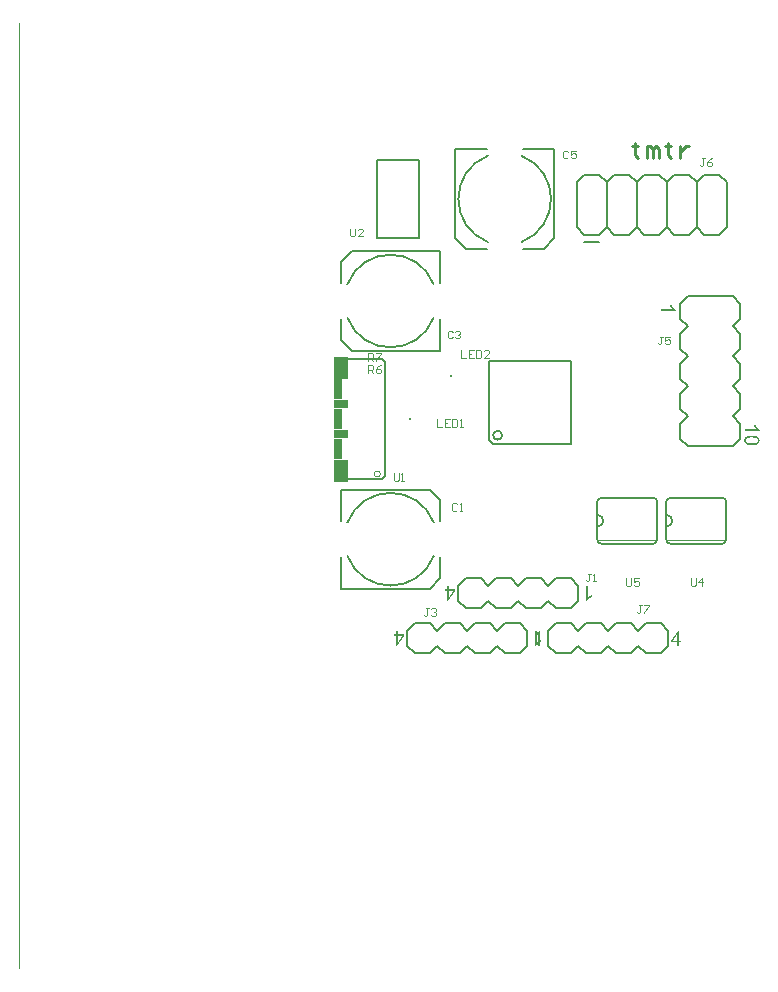
<source format=gto>
%FSLAX44Y44*%
%MOMM*%
G71*
G01*
G75*
G04 Layer_Color=65535*
%ADD10R,2.0066X3.8100*%
%ADD11R,2.0066X1.5240*%
%ADD12R,1.2192X1.2192*%
%ADD13R,0.6604X2.0320*%
%ADD14R,3.5052X2.5146*%
%ADD15R,1.2192X1.2192*%
%ADD16R,1.3208X1.6002*%
%ADD17R,2.5146X3.5052*%
%ADD18R,1.6002X1.3208*%
%ADD19R,1.2700X0.5588*%
%ADD20R,0.5588X1.2700*%
%ADD21C,0.3048*%
%ADD22C,0.4064*%
%ADD23C,0.8128*%
%ADD24C,0.0000*%
G04:AMPARAMS|DCode=25|XSize=1.524mm|YSize=1.524mm|CornerRadius=0mm|HoleSize=0mm|Usage=FLASHONLY|Rotation=270.000|XOffset=0mm|YOffset=0mm|HoleType=Round|Shape=Octagon|*
%AMOCTAGOND25*
4,1,8,-0.3810,-0.7620,0.3810,-0.7620,0.7620,-0.3810,0.7620,0.3810,0.3810,0.7620,-0.3810,0.7620,-0.7620,0.3810,-0.7620,-0.3810,-0.3810,-0.7620,0.0*
%
%ADD25OCTAGOND25*%

%ADD26O,1.5240X3.0480*%
%ADD27O,3.0480X1.5240*%
G04:AMPARAMS|DCode=28|XSize=1.524mm|YSize=1.524mm|CornerRadius=0mm|HoleSize=0mm|Usage=FLASHONLY|Rotation=0.000|XOffset=0mm|YOffset=0mm|HoleType=Round|Shape=Octagon|*
%AMOCTAGOND28*
4,1,8,0.7620,-0.3810,0.7620,0.3810,0.3810,0.7620,-0.3810,0.7620,-0.7620,0.3810,-0.7620,-0.3810,-0.3810,-0.7620,0.3810,-0.7620,0.7620,-0.3810,0.0*
%
%ADD28OCTAGOND28*%

%ADD29C,1.2700*%
%ADD30C,0.8128*%
%ADD31R,1.2192X0.8128*%
%ADD32R,2.7432X2.1590*%
%ADD33R,1.0160X1.2192*%
%ADD34R,1.0160X1.5240*%
%ADD35R,0.8128X1.2192*%
%ADD36C,0.1524*%
%ADD37C,0.2032*%
%ADD38C,0.0508*%
%ADD39C,0.0518*%
%ADD40C,0.0648*%
%ADD41C,0.2540*%
%ADD42R,0.2016X0.2032*%
%ADD43R,1.2700X1.9050*%
%ADD44R,0.7620X1.7780*%
%ADD45R,1.2700X0.7620*%
%ADD46R,0.2032X0.2016*%
G36*
X184868Y29797D02*
X185127Y30015D01*
X185146Y30034D01*
X185165Y30053D01*
X185280Y30168D01*
X185453Y30341D01*
X185664Y30552D01*
X185895Y30821D01*
X186125Y31109D01*
X186336Y31416D01*
X186509Y31724D01*
X187527D01*
Y23570D01*
X187691Y23647D01*
X187960Y23762D01*
Y22245D01*
X187941D01*
X187902Y22226D01*
X187826Y22187D01*
X187749Y22130D01*
X187634Y22072D01*
X187527Y22026D01*
Y19050D01*
X185972D01*
Y21003D01*
X185713Y20785D01*
X185694Y20766D01*
X185675Y20747D01*
X185560Y20632D01*
X185387Y20459D01*
X185176Y20248D01*
X184945Y19979D01*
X184715Y19691D01*
X184504Y19384D01*
X184331Y19076D01*
X183313D01*
Y27230D01*
X183149Y27153D01*
X182880Y27038D01*
Y28555D01*
X182899D01*
X182938Y28574D01*
X183014Y28613D01*
X183091Y28670D01*
X183206Y28728D01*
X183313Y28774D01*
Y31750D01*
X184868D01*
Y29797D01*
D02*
G37*
G36*
X110097Y66835D02*
X115570D01*
Y65414D01*
X109809Y57253D01*
X108542D01*
Y65414D01*
X106833D01*
Y66835D01*
X108542D01*
Y69850D01*
X110097D01*
Y66835D01*
D02*
G37*
G36*
X66917Y28735D02*
X72390D01*
Y27314D01*
X66629Y19153D01*
X65362D01*
Y27314D01*
X63653D01*
Y28735D01*
X65362D01*
Y31750D01*
X66917D01*
Y28735D01*
D02*
G37*
G36*
X305478Y23486D02*
X307187D01*
Y22065D01*
X305478D01*
Y19050D01*
X303923D01*
Y22065D01*
X298450D01*
Y23486D01*
X304211Y31647D01*
X305478D01*
Y23486D01*
D02*
G37*
G36*
X228048Y59980D02*
X228068Y59999D01*
X228144Y60076D01*
X228279Y60172D01*
X228452Y60306D01*
X228663Y60479D01*
X228913Y60652D01*
X229201Y60863D01*
X229527Y61055D01*
X229546D01*
X229565Y61075D01*
X229681Y61151D01*
X229853Y61247D01*
X230065Y61363D01*
X230314Y61497D01*
X230583Y61612D01*
X230871Y61747D01*
X231140Y61862D01*
Y60345D01*
X231121D01*
X231082Y60326D01*
X231006Y60287D01*
X230929Y60230D01*
X230814Y60172D01*
X230679Y60114D01*
X230372Y59942D01*
X230026Y59730D01*
X229642Y59481D01*
X229258Y59193D01*
X228893Y58885D01*
X228874Y58866D01*
X228855Y58847D01*
X228740Y58732D01*
X228567Y58559D01*
X228356Y58348D01*
X228125Y58079D01*
X227895Y57791D01*
X227684Y57484D01*
X227511Y57176D01*
X226493D01*
Y69850D01*
X228048D01*
Y59980D01*
D02*
G37*
G36*
X370185Y205721D02*
X370204Y205682D01*
X370243Y205606D01*
X370300Y205529D01*
X370358Y205414D01*
X370416Y205279D01*
X370588Y204972D01*
X370800Y204626D01*
X371049Y204242D01*
X371337Y203858D01*
X371645Y203493D01*
X371664Y203474D01*
X371683Y203455D01*
X371798Y203340D01*
X371971Y203167D01*
X372182Y202956D01*
X372451Y202725D01*
X372739Y202495D01*
X373046Y202284D01*
X373354Y202111D01*
Y201093D01*
X360680D01*
Y202648D01*
X370550D01*
X370531Y202668D01*
X370454Y202744D01*
X370358Y202879D01*
X370224Y203052D01*
X370051Y203263D01*
X369878Y203512D01*
X369667Y203801D01*
X369475Y204127D01*
Y204146D01*
X369455Y204165D01*
X369379Y204281D01*
X369283Y204453D01*
X369168Y204665D01*
X369033Y204914D01*
X368918Y205183D01*
X368783Y205471D01*
X368668Y205740D01*
X370185D01*
Y205721D01*
D02*
G37*
G36*
X367458Y197118D02*
X367670D01*
X367919Y197099D01*
X368188Y197080D01*
X368764Y197022D01*
X369360Y196945D01*
X369955Y196849D01*
X370224Y196772D01*
X370492Y196696D01*
X370512D01*
X370550Y196677D01*
X370627Y196638D01*
X370723Y196600D01*
X370838Y196561D01*
X370973Y196504D01*
X371280Y196350D01*
X371625Y196158D01*
X371971Y195928D01*
X372298Y195659D01*
X372605Y195332D01*
Y195313D01*
X372643Y195294D01*
X372682Y195236D01*
X372720Y195159D01*
X372835Y194967D01*
X372989Y194699D01*
X373123Y194372D01*
X373238Y193969D01*
X373315Y193527D01*
X373354Y193028D01*
Y193009D01*
Y192990D01*
Y192932D01*
Y192855D01*
X373334Y192663D01*
X373296Y192433D01*
X373258Y192164D01*
X373181Y191857D01*
X373065Y191549D01*
X372931Y191261D01*
X372912Y191223D01*
X372854Y191127D01*
X372758Y190993D01*
X372643Y190800D01*
X372470Y190609D01*
X372259Y190397D01*
X372029Y190186D01*
X371760Y189994D01*
X371721Y189975D01*
X371625Y189917D01*
X371452Y189821D01*
X371241Y189706D01*
X370973Y189591D01*
X370646Y189456D01*
X370281Y189322D01*
X369878Y189207D01*
X369859D01*
X369820Y189188D01*
X369763D01*
X369667Y189168D01*
X369571Y189130D01*
X369436Y189111D01*
X369263Y189091D01*
X369091Y189053D01*
X368879Y189034D01*
X368668Y189015D01*
X368419Y188976D01*
X368150Y188957D01*
X367862Y188938D01*
X367574D01*
X366902Y188919D01*
X366537D01*
X366345Y188938D01*
X366133D01*
X365884Y188957D01*
X365615Y188976D01*
X365039Y189034D01*
X364444Y189111D01*
X363848Y189226D01*
X363580Y189303D01*
X363311Y189380D01*
X363292D01*
X363253Y189399D01*
X363176Y189418D01*
X363080Y189456D01*
X362965Y189514D01*
X362850Y189572D01*
X362543Y189725D01*
X362197Y189917D01*
X361851Y190148D01*
X361506Y190417D01*
X361199Y190743D01*
Y190762D01*
X361160Y190781D01*
X361141Y190839D01*
X361083Y190896D01*
X360968Y191108D01*
X360834Y191357D01*
X360699Y191703D01*
X360584Y192087D01*
X360507Y192529D01*
X360469Y193028D01*
Y193047D01*
Y193105D01*
Y193201D01*
X360488Y193335D01*
X360507Y193489D01*
X360546Y193662D01*
X360584Y193854D01*
X360622Y194065D01*
X360776Y194526D01*
X360891Y194775D01*
X361006Y195006D01*
X361160Y195256D01*
X361333Y195486D01*
X361525Y195697D01*
X361755Y195908D01*
X361774Y195928D01*
X361832Y195966D01*
X361928Y196024D01*
X362063Y196100D01*
X362235Y196196D01*
X362447Y196292D01*
X362696Y196408D01*
X363004Y196523D01*
X363330Y196638D01*
X363714Y196753D01*
X364136Y196849D01*
X364597Y196945D01*
X365116Y197022D01*
X365653Y197080D01*
X366268Y197118D01*
X366902Y197137D01*
X367266D01*
X367458Y197118D01*
D02*
G37*
G36*
X299065Y307321D02*
X299084Y307282D01*
X299123Y307206D01*
X299180Y307129D01*
X299238Y307014D01*
X299296Y306879D01*
X299468Y306572D01*
X299680Y306226D01*
X299929Y305842D01*
X300217Y305458D01*
X300525Y305093D01*
X300544Y305074D01*
X300563Y305055D01*
X300678Y304940D01*
X300851Y304767D01*
X301062Y304556D01*
X301331Y304325D01*
X301619Y304095D01*
X301926Y303884D01*
X302234Y303711D01*
Y302693D01*
X289560D01*
Y304248D01*
X299430D01*
X299411Y304268D01*
X299334Y304344D01*
X299238Y304479D01*
X299104Y304652D01*
X298931Y304863D01*
X298758Y305112D01*
X298547Y305401D01*
X298355Y305727D01*
Y305746D01*
X298335Y305765D01*
X298259Y305881D01*
X298163Y306053D01*
X298048Y306265D01*
X297913Y306514D01*
X297798Y306783D01*
X297663Y307071D01*
X297548Y307340D01*
X299065D01*
Y307321D01*
D02*
G37*
%LPC*%
G36*
X70873Y27314D02*
X66917D01*
Y21669D01*
X70873Y27314D01*
D02*
G37*
G36*
X303923Y29131D02*
X299967Y23486D01*
X303923D01*
Y29131D01*
D02*
G37*
G36*
X114053Y65414D02*
X110097D01*
Y59769D01*
X114053Y65414D01*
D02*
G37*
G36*
X185972Y28920D02*
X185952Y28901D01*
X185876Y28824D01*
X185741Y28728D01*
X185568Y28594D01*
X185357Y28421D01*
X185107Y28248D01*
X184868Y28073D01*
Y21880D01*
X184888Y21899D01*
X184964Y21976D01*
X185099Y22072D01*
X185272Y22206D01*
X185483Y22379D01*
X185732Y22552D01*
X185972Y22727D01*
Y28920D01*
D02*
G37*
G36*
X367458Y195543D02*
X366614D01*
X366402Y195524D01*
X366153D01*
X365865Y195505D01*
X365538Y195486D01*
X365212Y195448D01*
X364520Y195371D01*
X363829Y195236D01*
X363522Y195159D01*
X363234Y195063D01*
X362965Y194948D01*
X362754Y194833D01*
X362735D01*
X362715Y194795D01*
X362600Y194699D01*
X362427Y194545D01*
X362255Y194334D01*
X362063Y194065D01*
X361890Y193758D01*
X361774Y193412D01*
X361755Y193220D01*
X361736Y193028D01*
Y193009D01*
Y192990D01*
Y192932D01*
X361755Y192855D01*
X361794Y192663D01*
X361870Y192414D01*
X361986Y192125D01*
X362159Y191838D01*
X362274Y191684D01*
X362427Y191530D01*
X362581Y191377D01*
X362754Y191242D01*
X362773D01*
X362812Y191204D01*
X362869Y191165D01*
X362965Y191127D01*
X363080Y191069D01*
X363253Y191012D01*
X363445Y190954D01*
X363656Y190877D01*
X363925Y190800D01*
X364213Y190743D01*
X364559Y190685D01*
X364943Y190628D01*
X365365Y190570D01*
X365826Y190551D01*
X366345Y190513D01*
X367190D01*
X367401Y190532D01*
X367650D01*
X367938Y190551D01*
X368246Y190570D01*
X368591Y190609D01*
X369283Y190685D01*
X369955Y190820D01*
X370281Y190896D01*
X370569Y190993D01*
X370819Y191108D01*
X371030Y191242D01*
X371049D01*
X371068Y191281D01*
X371184Y191377D01*
X371357Y191530D01*
X371549Y191742D01*
X371741Y192010D01*
X371913Y192318D01*
X372029Y192663D01*
X372048Y192855D01*
X372067Y193047D01*
Y193066D01*
Y193086D01*
Y193143D01*
X372048Y193220D01*
X372029Y193412D01*
X371952Y193662D01*
X371837Y193930D01*
X371683Y194219D01*
X371452Y194507D01*
X371299Y194641D01*
X371145Y194756D01*
X371126D01*
X371088Y194795D01*
X371011Y194833D01*
X370915Y194871D01*
X370780Y194929D01*
X370627Y195006D01*
X370416Y195083D01*
X370185Y195140D01*
X369916Y195217D01*
X369609Y195294D01*
X369263Y195352D01*
X368860Y195428D01*
X368438Y195467D01*
X367977Y195505D01*
X367458Y195543D01*
D02*
G37*
%LPD*%
D24*
X52324Y164592D02*
G03*
X52324Y164592I-2540J0D01*
G01*
X-254000Y-254000D02*
Y546100D01*
D36*
X294351Y119900D02*
G03*
X294351Y130060I0J5080D01*
G01*
Y109232D02*
G03*
X298161Y105422I3810J0D01*
G01*
X345151Y140728D02*
G03*
X341341Y144538I-3810J0D01*
G01*
X298161D02*
G03*
X294351Y140728I0J-3810D01*
G01*
X341341Y105422D02*
G03*
X345151Y109232I0J3810D01*
G01*
X235931Y119900D02*
G03*
X235931Y130060I0J5080D01*
G01*
Y109232D02*
G03*
X239741Y105422I3810J0D01*
G01*
X286731Y140728D02*
G03*
X282921Y144538I-3810J0D01*
G01*
X239741D02*
G03*
X235931Y140728I0J-3810D01*
G01*
X282921Y105422D02*
G03*
X286731Y109232I0J3810D01*
G01*
X155448Y197358D02*
G03*
X155448Y197358I-3810J0D01*
G01*
X356870Y295910D02*
Y308610D01*
X350520Y289560D02*
X356870Y295910D01*
X350520Y289560D02*
X356870Y283210D01*
Y270510D02*
Y283210D01*
X350520Y264160D02*
X356870Y270510D01*
X350520Y314960D02*
X356870Y308610D01*
X350520Y264160D02*
X356870Y257810D01*
Y245110D02*
Y257810D01*
X350520Y238760D02*
X356870Y245110D01*
Y219710D02*
Y232410D01*
X350520Y213360D02*
X356870Y219710D01*
X350520Y213360D02*
X356870Y207010D01*
Y194310D02*
Y207010D01*
X350520Y238760D02*
X356870Y232410D01*
X306070Y295910D02*
X312420Y289560D01*
X306070Y270510D02*
X312420Y264160D01*
X306070Y270510D02*
Y283210D01*
X312420Y289560D01*
Y314960D02*
X350520D01*
X306070Y308610D02*
X312420Y314960D01*
X306070Y295910D02*
Y308610D01*
Y245110D02*
X312420Y238760D01*
X306070Y245110D02*
Y257810D01*
X312420Y264160D01*
X306070Y219710D02*
X312420Y213360D01*
X306070Y194310D02*
Y207010D01*
X312420Y213360D01*
X306070Y232410D02*
X312420Y238760D01*
X306070Y219710D02*
Y232410D01*
X312420Y187960D02*
X350520D01*
X356870Y194310D01*
X306070D02*
X312420Y187960D01*
X200660Y50800D02*
X213360D01*
X194310Y57150D02*
X200660Y50800D01*
X194310Y69850D02*
X200660Y76200D01*
X187960Y50800D02*
X194310Y57150D01*
X175260Y50800D02*
X187960D01*
X168910Y57150D02*
X175260Y50800D01*
X168910Y69850D02*
X175260Y76200D01*
X187960D01*
X194310Y69850D01*
X219710Y57150D02*
Y69850D01*
X213360Y50800D02*
X219710Y57150D01*
X213360Y76200D02*
X219710Y69850D01*
X200660Y76200D02*
X213360D01*
X162560Y50800D02*
X168910Y57150D01*
X149860Y50800D02*
X162560D01*
X143510Y57150D02*
X149860Y50800D01*
X143510Y69850D02*
X149860Y76200D01*
X162560D01*
X168910Y69850D01*
X124460Y50800D02*
X137160D01*
X118110Y57150D02*
X124460Y50800D01*
X118110Y57150D02*
Y69850D01*
X124460Y76200D01*
X137160Y50800D02*
X143510Y57150D01*
X137160Y76200D02*
X143510Y69850D01*
X124460Y76200D02*
X137160D01*
X294351Y109232D02*
Y140728D01*
X345151Y109232D02*
Y140728D01*
X298161Y105422D02*
X341341D01*
X298161Y144538D02*
X341341D01*
X235931Y109232D02*
Y140728D01*
X286731Y109232D02*
Y140728D01*
X239741Y105422D02*
X282921D01*
X239741Y144538D02*
X282921D01*
X200660Y38100D02*
X213360D01*
X219710Y31750D01*
X213360Y12700D02*
X219710Y19050D01*
Y31750D02*
X226060Y38100D01*
X238760D01*
X245110Y31750D01*
X238760Y12700D02*
X245110Y19050D01*
X226060Y12700D02*
X238760D01*
X219710Y19050D02*
X226060Y12700D01*
X194310Y19050D02*
Y31750D01*
X200660Y38100D01*
X194310Y19050D02*
X200660Y12700D01*
X213360D01*
X245110Y31750D02*
X251460Y38100D01*
X264160D01*
X270510Y31750D01*
X264160Y12700D02*
X270510Y19050D01*
X251460Y12700D02*
X264160D01*
X245110Y19050D02*
X251460Y12700D01*
X276860Y38100D02*
X289560D01*
X295910Y31750D01*
Y19050D02*
Y31750D01*
X289560Y12700D02*
X295910Y19050D01*
X270510Y31750D02*
X276860Y38100D01*
X270510Y19050D02*
X276860Y12700D01*
X289560D01*
X81280Y38100D02*
X93980D01*
X100330Y31750D01*
X93980Y12700D02*
X100330Y19050D01*
X74930Y31750D02*
X81280Y38100D01*
X74930Y19050D02*
Y31750D01*
Y19050D02*
X81280Y12700D01*
X93980D01*
X119380Y38100D02*
X125730Y31750D01*
X106680Y38100D02*
X119380D01*
X100330Y31750D02*
X106680Y38100D01*
X100330Y19050D02*
X106680Y12700D01*
X119380D01*
X125730Y19050D01*
X157480Y38100D02*
X170180D01*
X176530Y31750D01*
X170180Y12700D02*
X176530Y19050D01*
Y31750D01*
X144780Y38100D02*
X151130Y31750D01*
X132080Y38100D02*
X144780D01*
X125730Y31750D02*
X132080Y38100D01*
X125730Y19050D02*
X132080Y12700D01*
X144780D01*
X151130Y19050D01*
Y31750D02*
X157480Y38100D01*
X151130Y19050D02*
X157480Y12700D01*
X170180D01*
X24130Y160020D02*
X53340D01*
X24130Y261620D02*
X53340D01*
Y160020D02*
X55880Y162560D01*
Y259080D01*
X53340Y261620D02*
X55880Y259080D01*
X326390Y367030D02*
X339090D01*
X345440Y373380D02*
Y411480D01*
X339090Y417830D02*
X345440Y411480D01*
X326390Y417830D02*
X339090D01*
X320040Y411480D02*
X326390Y417830D01*
X339090Y367030D02*
X345440Y373380D01*
X320040D02*
X326390Y367030D01*
X224790D02*
X237490D01*
X250190D02*
X262890D01*
X275590D02*
X288290D01*
X300990D02*
X313690D01*
X320040Y373380D02*
Y411480D01*
X294640Y373380D02*
Y411480D01*
X269240Y373380D02*
Y411480D01*
X243840Y373380D02*
Y411480D01*
X313690Y417830D02*
X320040Y411480D01*
X300990Y417830D02*
X313690D01*
X294640Y411480D02*
X300990Y417830D01*
X288290D02*
X294640Y411480D01*
X275590Y417830D02*
X288290D01*
X269240Y411480D02*
X275590Y417830D01*
X262890D02*
X269240Y411480D01*
X250190Y417830D02*
X262890D01*
X243840Y411480D02*
X250190Y417830D01*
X237490D02*
X243840Y411480D01*
X224790Y417830D02*
X237490D01*
X218440Y411480D02*
X224790Y417830D01*
X218440Y373380D02*
Y411480D01*
X313690Y367030D02*
X320040Y373380D01*
X294640D02*
X300990Y367030D01*
X288290D02*
X294640Y373380D01*
X269240D02*
X275590Y367030D01*
X262890D02*
X269240Y373380D01*
X243840D02*
X250190Y367030D01*
X237490D02*
X243840Y373380D01*
X218440D02*
X224790Y367030D01*
X144018Y193290D02*
X147320Y189740D01*
X144018Y193290D02*
Y259842D01*
X147320Y189740D02*
X214120D01*
Y259842D01*
X144018D02*
X214120D01*
D37*
X24460Y95220D02*
G03*
X97536Y95220I36538J14015D01*
G01*
Y123444D02*
G03*
X24460Y123444I-36538J-14015D01*
G01*
X97460Y325150D02*
G03*
X24384Y325150I-36538J-14015D01*
G01*
Y296926D02*
G03*
X97460Y296926I36538J14015D01*
G01*
X143480Y434010D02*
G03*
X143480Y360934I14015J-36538D01*
G01*
X171704D02*
G03*
X171704Y434010I-14015J36538D01*
G01*
X49530Y364740D02*
Y430530D01*
Y364740D02*
X85090D01*
Y430530D01*
X49530D02*
X85090D01*
X18960Y67220D02*
X93980D01*
X18960D02*
Y94220D01*
Y124460D02*
Y151384D01*
X93980D01*
X103124Y124460D02*
Y142240D01*
Y76220D02*
Y94220D01*
X93980Y67220D02*
X103124Y76220D01*
X93980Y151384D02*
X103124Y142240D01*
X27940Y353150D02*
X102960D01*
Y326150D02*
Y353150D01*
Y268986D02*
Y295910D01*
X27940Y268986D02*
X102960D01*
X18796Y278130D02*
Y295910D01*
Y326150D02*
Y344150D01*
X27940Y353150D01*
X18796Y278130D02*
X27940Y268986D01*
X115480Y364490D02*
Y439510D01*
X142480D01*
X172720D02*
X199644D01*
Y364490D02*
Y439510D01*
X172720Y355346D02*
X190500D01*
X124480D02*
X142480D01*
X115480Y364490D02*
X124480Y355346D01*
X190500D02*
X199644Y364490D01*
X224790Y360680D02*
X237490D01*
D38*
X294351Y108978D02*
X345151D01*
X235931D02*
X286731D01*
D39*
X26670Y372235D02*
Y366839D01*
X27749Y365760D01*
X29908D01*
X30987Y366839D01*
Y372235D01*
X37462Y365760D02*
X33145D01*
X37462Y370077D01*
Y371156D01*
X36382Y372235D01*
X34224D01*
X33145Y371156D01*
X120650Y269365D02*
Y262890D01*
X124967D01*
X131441Y269365D02*
X127125D01*
Y262890D01*
X131441D01*
X127125Y266127D02*
X129283D01*
X133600Y269365D02*
Y262890D01*
X136837D01*
X137916Y263969D01*
Y268286D01*
X136837Y269365D01*
X133600D01*
X144391Y262890D02*
X140075D01*
X144391Y267207D01*
Y268286D01*
X143312Y269365D01*
X141154D01*
X140075Y268286D01*
X100330Y210945D02*
Y204470D01*
X104647D01*
X111122Y210945D02*
X106805D01*
Y204470D01*
X111122D01*
X106805Y207708D02*
X108963D01*
X113280Y210945D02*
Y204470D01*
X116517D01*
X117596Y205549D01*
Y209866D01*
X116517Y210945D01*
X113280D01*
X119755Y204470D02*
X121913D01*
X120834D01*
Y210945D01*
X119755Y209866D01*
X41910Y260350D02*
Y266825D01*
X45148D01*
X46227Y265746D01*
Y263587D01*
X45148Y262508D01*
X41910D01*
X44068D02*
X46227Y260350D01*
X48385Y266825D02*
X52702D01*
Y265746D01*
X48385Y261429D01*
Y260350D01*
D40*
X291337Y280795D02*
X289178D01*
X290257D01*
Y275399D01*
X289178Y274320D01*
X288099D01*
X287020Y275399D01*
X297812Y280795D02*
X293495D01*
Y277558D01*
X295653Y278637D01*
X296732D01*
X297812Y277558D01*
Y275399D01*
X296732Y274320D01*
X294574D01*
X293495Y275399D01*
X230377Y80135D02*
X228218D01*
X229298D01*
Y74739D01*
X228218Y73660D01*
X227139D01*
X226060Y74739D01*
X232535Y73660D02*
X234693D01*
X233614D01*
Y80135D01*
X232535Y79056D01*
X314960Y76325D02*
Y70929D01*
X316039Y69850D01*
X318197D01*
X319277Y70929D01*
Y76325D01*
X324672Y69850D02*
Y76325D01*
X321435Y73088D01*
X325751D01*
X260350Y76325D02*
Y70929D01*
X261429Y69850D01*
X263587D01*
X264667Y70929D01*
Y76325D01*
X271141D02*
X266825D01*
Y73088D01*
X268983Y74167D01*
X270062D01*
X271141Y73088D01*
Y70929D01*
X270062Y69850D01*
X267904D01*
X266825Y70929D01*
X273557Y53465D02*
X271398D01*
X272477D01*
Y48069D01*
X271398Y46990D01*
X270319D01*
X269240Y48069D01*
X275715Y53465D02*
X280032D01*
Y52386D01*
X275715Y48069D01*
Y46990D01*
X93217Y50925D02*
X91058D01*
X92137D01*
Y45529D01*
X91058Y44450D01*
X89979D01*
X88900Y45529D01*
X95375Y49846D02*
X96454Y50925D01*
X98612D01*
X99691Y49846D01*
Y48767D01*
X98612Y47688D01*
X97533D01*
X98612D01*
X99691Y46608D01*
Y45529D01*
X98612Y44450D01*
X96454D01*
X95375Y45529D01*
X117347Y138746D02*
X116267Y139825D01*
X114109D01*
X113030Y138746D01*
Y134429D01*
X114109Y133350D01*
X116267D01*
X117347Y134429D01*
X119505Y133350D02*
X121663D01*
X120584D01*
Y139825D01*
X119505Y138746D01*
X63500Y165225D02*
Y159829D01*
X64579Y158750D01*
X66737D01*
X67817Y159829D01*
Y165225D01*
X69975Y158750D02*
X72133D01*
X71054D01*
Y165225D01*
X69975Y164146D01*
X41910Y250190D02*
Y256665D01*
X45148D01*
X46227Y255586D01*
Y253428D01*
X45148Y252348D01*
X41910D01*
X44068D02*
X46227Y250190D01*
X52702Y256665D02*
X50543Y255586D01*
X48385Y253428D01*
Y251269D01*
X49464Y250190D01*
X51622D01*
X52702Y251269D01*
Y252348D01*
X51622Y253428D01*
X48385D01*
X113537Y284796D02*
X112458Y285875D01*
X110299D01*
X109220Y284796D01*
Y280479D01*
X110299Y279400D01*
X112458D01*
X113537Y280479D01*
X115695Y284796D02*
X116774Y285875D01*
X118932D01*
X120012Y284796D01*
Y283717D01*
X118932Y282638D01*
X117853D01*
X118932D01*
X120012Y281558D01*
Y280479D01*
X118932Y279400D01*
X116774D01*
X115695Y280479D01*
X211327Y437196D02*
X210247Y438275D01*
X208089D01*
X207010Y437196D01*
Y432879D01*
X208089Y431800D01*
X210247D01*
X211327Y432879D01*
X217801Y438275D02*
X213485D01*
Y435037D01*
X215643Y436117D01*
X216722D01*
X217801Y435037D01*
Y432879D01*
X216722Y431800D01*
X214564D01*
X213485Y432879D01*
X326897Y431925D02*
X324738D01*
X325817D01*
Y426529D01*
X324738Y425450D01*
X323659D01*
X322580Y426529D01*
X333372Y431925D02*
X331213Y430846D01*
X329055Y428688D01*
Y426529D01*
X330134Y425450D01*
X332292D01*
X333372Y426529D01*
Y427608D01*
X332292Y428688D01*
X329055D01*
D41*
X267969Y444496D02*
Y441957D01*
X265430D01*
X270508D01*
X267969D01*
Y434339D01*
X270508Y431800D01*
X278126D02*
Y441957D01*
X280665D01*
X283204Y439417D01*
Y431800D01*
Y439417D01*
X285743Y441957D01*
X288283Y439417D01*
Y431800D01*
X295900Y444496D02*
Y441957D01*
X293361D01*
X298439D01*
X295900D01*
Y434339D01*
X298439Y431800D01*
X306057Y441957D02*
Y431800D01*
Y436878D01*
X308596Y439417D01*
X311135Y441957D01*
X313674D01*
D42*
X111752Y247903D02*
D03*
D43*
X19050Y254635D02*
D03*
Y167005D02*
D03*
D44*
X16510Y236220D02*
D03*
Y210820D02*
D03*
Y185420D02*
D03*
D45*
X19050Y223520D02*
D03*
Y198120D02*
D03*
D46*
X77719Y210828D02*
D03*
M02*

</source>
